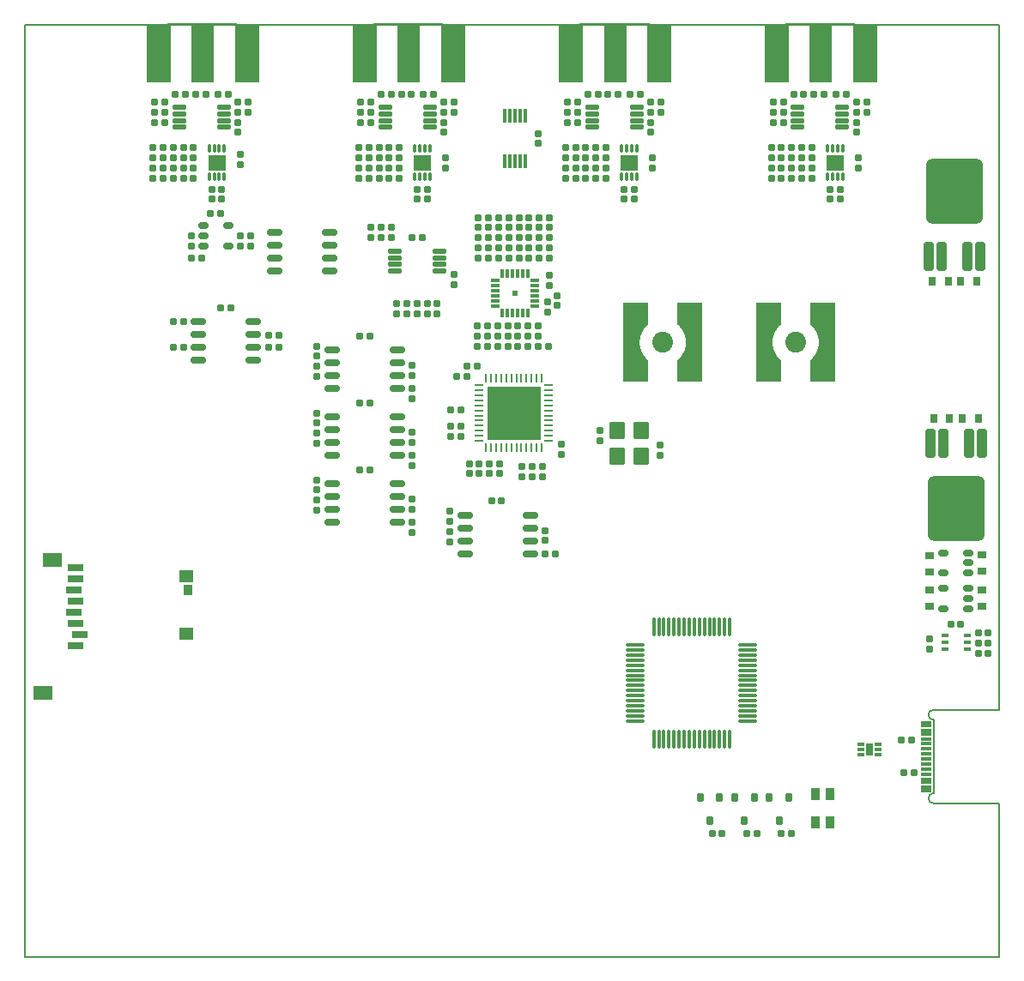
<source format=gtp>
G04*
G04 #@! TF.GenerationSoftware,Altium Limited,Altium Designer,22.0.2 (36)*
G04*
G04 Layer_Color=8421504*
%FSLAX44Y44*%
%MOMM*%
G71*
G04*
G04 #@! TF.SameCoordinates,BB817302-6D05-45A6-82D7-9B19CF937CD1*
G04*
G04*
G04 #@! TF.FilePolarity,Positive*
G04*
G01*
G75*
%ADD11C,0.1500*%
%ADD19R,0.6500X1.3000*%
%ADD20R,0.7000X0.3000*%
%ADD21R,2.4000X5.8000*%
%ADD22R,2.3000X5.8000*%
G04:AMPARAMS|DCode=23|XSize=0.6mm|YSize=0.6mm|CornerRadius=0.075mm|HoleSize=0mm|Usage=FLASHONLY|Rotation=90.000|XOffset=0mm|YOffset=0mm|HoleType=Round|Shape=RoundedRectangle|*
%AMROUNDEDRECTD23*
21,1,0.6000,0.4500,0,0,90.0*
21,1,0.4500,0.6000,0,0,90.0*
1,1,0.1500,0.2250,0.2250*
1,1,0.1500,0.2250,-0.2250*
1,1,0.1500,-0.2250,-0.2250*
1,1,0.1500,-0.2250,0.2250*
%
%ADD23ROUNDEDRECTD23*%
G04:AMPARAMS|DCode=24|XSize=0.3mm|YSize=1.8mm|CornerRadius=0.075mm|HoleSize=0mm|Usage=FLASHONLY|Rotation=90.000|XOffset=0mm|YOffset=0mm|HoleType=Round|Shape=RoundedRectangle|*
%AMROUNDEDRECTD24*
21,1,0.3000,1.6500,0,0,90.0*
21,1,0.1500,1.8000,0,0,90.0*
1,1,0.1500,0.8250,0.0750*
1,1,0.1500,0.8250,-0.0750*
1,1,0.1500,-0.8250,-0.0750*
1,1,0.1500,-0.8250,0.0750*
%
%ADD24ROUNDEDRECTD24*%
G04:AMPARAMS|DCode=25|XSize=0.3mm|YSize=1.8mm|CornerRadius=0.075mm|HoleSize=0mm|Usage=FLASHONLY|Rotation=0.000|XOffset=0mm|YOffset=0mm|HoleType=Round|Shape=RoundedRectangle|*
%AMROUNDEDRECTD25*
21,1,0.3000,1.6500,0,0,0.0*
21,1,0.1500,1.8000,0,0,0.0*
1,1,0.1500,0.0750,-0.8250*
1,1,0.1500,-0.0750,-0.8250*
1,1,0.1500,-0.0750,0.8250*
1,1,0.1500,0.0750,0.8250*
%
%ADD25ROUNDEDRECTD25*%
%ADD26R,1.5000X0.8000*%
%ADD27R,1.4000X1.3000*%
%ADD28R,0.9500X1.0000*%
%ADD29R,1.9000X1.4000*%
G04:AMPARAMS|DCode=30|XSize=0.6mm|YSize=0.6mm|CornerRadius=0.075mm|HoleSize=0mm|Usage=FLASHONLY|Rotation=180.000|XOffset=0mm|YOffset=0mm|HoleType=Round|Shape=RoundedRectangle|*
%AMROUNDEDRECTD30*
21,1,0.6000,0.4500,0,0,180.0*
21,1,0.4500,0.6000,0,0,180.0*
1,1,0.1500,-0.2250,0.2250*
1,1,0.1500,0.2250,0.2250*
1,1,0.1500,0.2250,-0.2250*
1,1,0.1500,-0.2250,-0.2250*
%
%ADD30ROUNDEDRECTD30*%
%ADD31R,1.1000X0.3000*%
%ADD32C,2.0500*%
G04:AMPARAMS|DCode=33|XSize=0.6mm|YSize=1.45mm|CornerRadius=0.15mm|HoleSize=0mm|Usage=FLASHONLY|Rotation=90.000|XOffset=0mm|YOffset=0mm|HoleType=Round|Shape=RoundedRectangle|*
%AMROUNDEDRECTD33*
21,1,0.6000,1.1500,0,0,90.0*
21,1,0.3000,1.4500,0,0,90.0*
1,1,0.3000,0.5750,0.1500*
1,1,0.3000,0.5750,-0.1500*
1,1,0.3000,-0.5750,-0.1500*
1,1,0.3000,-0.5750,0.1500*
%
%ADD33ROUNDEDRECTD33*%
%ADD34R,5.3500X5.3500*%
%ADD35O,0.8500X0.2500*%
%ADD36O,0.2500X0.8500*%
G04:AMPARAMS|DCode=37|XSize=0.45mm|YSize=1.35mm|CornerRadius=0.1125mm|HoleSize=0mm|Usage=FLASHONLY|Rotation=270.000|XOffset=0mm|YOffset=0mm|HoleType=Round|Shape=RoundedRectangle|*
%AMROUNDEDRECTD37*
21,1,0.4500,1.1250,0,0,270.0*
21,1,0.2250,1.3500,0,0,270.0*
1,1,0.2250,-0.5625,-0.1125*
1,1,0.2250,-0.5625,0.1125*
1,1,0.2250,0.5625,0.1125*
1,1,0.2250,0.5625,-0.1125*
%
%ADD37ROUNDEDRECTD37*%
G04:AMPARAMS|DCode=38|XSize=0.4mm|YSize=0.7mm|CornerRadius=0.1mm|HoleSize=0mm|Usage=FLASHONLY|Rotation=90.000|XOffset=0mm|YOffset=0mm|HoleType=Round|Shape=RoundedRectangle|*
%AMROUNDEDRECTD38*
21,1,0.4000,0.5000,0,0,90.0*
21,1,0.2000,0.7000,0,0,90.0*
1,1,0.2000,0.2500,0.1000*
1,1,0.2000,0.2500,-0.1000*
1,1,0.2000,-0.2500,-0.1000*
1,1,0.2000,-0.2500,0.1000*
%
%ADD38ROUNDEDRECTD38*%
G04:AMPARAMS|DCode=39|XSize=0.6mm|YSize=0.9mm|CornerRadius=0.15mm|HoleSize=0mm|Usage=FLASHONLY|Rotation=0.000|XOffset=0mm|YOffset=0mm|HoleType=Round|Shape=RoundedRectangle|*
%AMROUNDEDRECTD39*
21,1,0.6000,0.6000,0,0,0.0*
21,1,0.3000,0.9000,0,0,0.0*
1,1,0.3000,0.1500,-0.3000*
1,1,0.3000,-0.1500,-0.3000*
1,1,0.3000,-0.1500,0.3000*
1,1,0.3000,0.1500,0.3000*
%
%ADD39ROUNDEDRECTD39*%
%ADD40R,0.9000X1.2000*%
G04:AMPARAMS|DCode=41|XSize=0.6mm|YSize=1mm|CornerRadius=0.15mm|HoleSize=0mm|Usage=FLASHONLY|Rotation=270.000|XOffset=0mm|YOffset=0mm|HoleType=Round|Shape=RoundedRectangle|*
%AMROUNDEDRECTD41*
21,1,0.6000,0.7000,0,0,270.0*
21,1,0.3000,1.0000,0,0,270.0*
1,1,0.3000,-0.3500,-0.1500*
1,1,0.3000,-0.3500,0.1500*
1,1,0.3000,0.3500,0.1500*
1,1,0.3000,0.3500,-0.1500*
%
%ADD41ROUNDEDRECTD41*%
G04:AMPARAMS|DCode=42|XSize=1mm|YSize=2.8mm|CornerRadius=0.125mm|HoleSize=0mm|Usage=FLASHONLY|Rotation=0.000|XOffset=0mm|YOffset=0mm|HoleType=Round|Shape=RoundedRectangle|*
%AMROUNDEDRECTD42*
21,1,1.0000,2.5500,0,0,0.0*
21,1,0.7500,2.8000,0,0,0.0*
1,1,0.2500,0.3750,-1.2750*
1,1,0.2500,-0.3750,-1.2750*
1,1,0.2500,-0.3750,1.2750*
1,1,0.2500,0.3750,1.2750*
%
%ADD42ROUNDEDRECTD42*%
G04:AMPARAMS|DCode=43|XSize=6.5mm|YSize=5.6mm|CornerRadius=0.7mm|HoleSize=0mm|Usage=FLASHONLY|Rotation=90.000|XOffset=0mm|YOffset=0mm|HoleType=Round|Shape=RoundedRectangle|*
%AMROUNDEDRECTD43*
21,1,6.5000,4.2000,0,0,90.0*
21,1,5.1000,5.6000,0,0,90.0*
1,1,1.4000,2.1000,2.5500*
1,1,1.4000,2.1000,-2.5500*
1,1,1.4000,-2.1000,-2.5500*
1,1,1.4000,-2.1000,2.5500*
%
%ADD43ROUNDEDRECTD43*%
G04:AMPARAMS|DCode=44|XSize=0.75mm|YSize=0.9mm|CornerRadius=0.0938mm|HoleSize=0mm|Usage=FLASHONLY|Rotation=180.000|XOffset=0mm|YOffset=0mm|HoleType=Round|Shape=RoundedRectangle|*
%AMROUNDEDRECTD44*
21,1,0.7500,0.7125,0,0,180.0*
21,1,0.5625,0.9000,0,0,180.0*
1,1,0.1875,-0.2813,0.3563*
1,1,0.1875,0.2813,0.3563*
1,1,0.1875,0.2813,-0.3563*
1,1,0.1875,-0.2813,-0.3563*
%
%ADD44ROUNDEDRECTD44*%
G04:AMPARAMS|DCode=45|XSize=0.75mm|YSize=0.9mm|CornerRadius=0.0938mm|HoleSize=0mm|Usage=FLASHONLY|Rotation=270.000|XOffset=0mm|YOffset=0mm|HoleType=Round|Shape=RoundedRectangle|*
%AMROUNDEDRECTD45*
21,1,0.7500,0.7125,0,0,270.0*
21,1,0.5625,0.9000,0,0,270.0*
1,1,0.1875,-0.3563,-0.2813*
1,1,0.1875,-0.3563,0.2813*
1,1,0.1875,0.3563,0.2813*
1,1,0.1875,0.3563,-0.2813*
%
%ADD45ROUNDEDRECTD45*%
G04:AMPARAMS|DCode=46|XSize=1.7mm|YSize=1.55mm|CornerRadius=0.1938mm|HoleSize=0mm|Usage=FLASHONLY|Rotation=90.000|XOffset=0mm|YOffset=0mm|HoleType=Round|Shape=RoundedRectangle|*
%AMROUNDEDRECTD46*
21,1,1.7000,1.1625,0,0,90.0*
21,1,1.3125,1.5500,0,0,90.0*
1,1,0.3875,0.5813,0.6563*
1,1,0.3875,0.5813,-0.6563*
1,1,0.3875,-0.5813,-0.6563*
1,1,0.3875,-0.5813,0.6563*
%
%ADD46ROUNDEDRECTD46*%
G04:AMPARAMS|DCode=47|XSize=0.3mm|YSize=1.4mm|CornerRadius=0.075mm|HoleSize=0mm|Usage=FLASHONLY|Rotation=180.000|XOffset=0mm|YOffset=0mm|HoleType=Round|Shape=RoundedRectangle|*
%AMROUNDEDRECTD47*
21,1,0.3000,1.2500,0,0,180.0*
21,1,0.1500,1.4000,0,0,180.0*
1,1,0.1500,-0.0750,0.6250*
1,1,0.1500,0.0750,0.6250*
1,1,0.1500,0.0750,-0.6250*
1,1,0.1500,-0.0750,-0.6250*
%
%ADD47ROUNDEDRECTD47*%
%ADD48R,0.6000X0.6000*%
%ADD49R,0.3000X0.8500*%
%ADD50R,0.8500X0.3000*%
G04:AMPARAMS|DCode=51|XSize=0.3mm|YSize=0.8mm|CornerRadius=0.075mm|HoleSize=0mm|Usage=FLASHONLY|Rotation=0.000|XOffset=0mm|YOffset=0mm|HoleType=Round|Shape=RoundedRectangle|*
%AMROUNDEDRECTD51*
21,1,0.3000,0.6500,0,0,0.0*
21,1,0.1500,0.8000,0,0,0.0*
1,1,0.1500,0.0750,-0.3250*
1,1,0.1500,-0.0750,-0.3250*
1,1,0.1500,-0.0750,0.3250*
1,1,0.1500,0.0750,0.3250*
%
%ADD51ROUNDEDRECTD51*%
%ADD52R,1.8000X1.5000*%
G36*
X614600Y624700D02*
X613969Y624159D01*
X613472Y623703D01*
X612989Y623233D01*
X612519Y622750D01*
X612063Y622253D01*
X611623Y621743D01*
X611197Y621220D01*
X610786Y620685D01*
X610392Y620138D01*
X610013Y619580D01*
X609651Y619012D01*
X609305Y618433D01*
X608976Y617844D01*
X608665Y617246D01*
X608371Y616639D01*
X608095Y616024D01*
X607837Y615401D01*
X607597Y614771D01*
X607376Y614134D01*
X607173Y613491D01*
X606989Y612842D01*
X606824Y612189D01*
X606678Y611530D01*
X606552Y610868D01*
X606444Y610203D01*
X606356Y609534D01*
X606288Y608863D01*
X606239Y608191D01*
X606209Y607517D01*
X606200Y607000D01*
X606209Y606483D01*
X606239Y605809D01*
X606288Y605137D01*
X606356Y604466D01*
X606444Y603798D01*
X606552Y603132D01*
X606678Y602470D01*
X606824Y601811D01*
X606989Y601158D01*
X607173Y600509D01*
X607376Y599866D01*
X607597Y599229D01*
X607837Y598599D01*
X608095Y597976D01*
X608371Y597361D01*
X608665Y596754D01*
X608976Y596156D01*
X609305Y595567D01*
X609651Y594988D01*
X610013Y594420D01*
X610392Y593862D01*
X610786Y593315D01*
X611197Y592780D01*
X611623Y592258D01*
X612063Y591748D01*
X612519Y591250D01*
X612989Y590767D01*
X613472Y590297D01*
X613969Y589841D01*
X614600Y589300D01*
Y568200D01*
X590200D01*
Y645800D01*
X614600D01*
Y624700D01*
D02*
G37*
G36*
X667800Y568200D02*
X643400D01*
Y589300D01*
X644031Y589841D01*
X644528Y590297D01*
X645012Y590767D01*
X645481Y591250D01*
X645937Y591748D01*
X646378Y592258D01*
X646804Y592780D01*
X647214Y593315D01*
X647609Y593862D01*
X647987Y594420D01*
X648350Y594988D01*
X648695Y595567D01*
X649024Y596156D01*
X649335Y596754D01*
X649629Y597361D01*
X649905Y597976D01*
X650163Y598599D01*
X650403Y599229D01*
X650624Y599866D01*
X650827Y600509D01*
X651011Y601158D01*
X651176Y601811D01*
X651322Y602470D01*
X651449Y603132D01*
X651556Y603798D01*
X651644Y604466D01*
X651712Y605137D01*
X651761Y605809D01*
X651791Y606483D01*
X651800Y607000D01*
X651791Y607517D01*
X651761Y608191D01*
X651712Y608863D01*
X651644Y609534D01*
X651556Y610203D01*
X651449Y610868D01*
X651322Y611530D01*
X651176Y612189D01*
X651011Y612842D01*
X650827Y613491D01*
X650624Y614134D01*
X650403Y614771D01*
X650163Y615401D01*
X649905Y616024D01*
X649629Y616639D01*
X649335Y617246D01*
X649024Y617844D01*
X648695Y618433D01*
X648350Y619012D01*
X647987Y619580D01*
X647609Y620138D01*
X647214Y620685D01*
X646804Y621220D01*
X646378Y621743D01*
X645937Y622253D01*
X645481Y622750D01*
X645012Y623233D01*
X644528Y623703D01*
X644031Y624159D01*
X643400Y624700D01*
Y645800D01*
X667800D01*
Y568200D01*
D02*
G37*
G36*
X745600Y624700D02*
X744969Y624159D01*
X744472Y623703D01*
X743989Y623233D01*
X743519Y622750D01*
X743063Y622253D01*
X742623Y621743D01*
X742197Y621220D01*
X741786Y620685D01*
X741392Y620138D01*
X741013Y619580D01*
X740651Y619012D01*
X740305Y618433D01*
X739976Y617844D01*
X739665Y617246D01*
X739371Y616639D01*
X739095Y616024D01*
X738837Y615401D01*
X738597Y614771D01*
X738376Y614134D01*
X738173Y613491D01*
X737989Y612842D01*
X737824Y612189D01*
X737678Y611530D01*
X737552Y610868D01*
X737444Y610203D01*
X737356Y609534D01*
X737288Y608863D01*
X737239Y608191D01*
X737209Y607517D01*
X737200Y607000D01*
X737209Y606483D01*
X737239Y605809D01*
X737288Y605137D01*
X737356Y604466D01*
X737444Y603798D01*
X737552Y603132D01*
X737678Y602470D01*
X737824Y601811D01*
X737989Y601158D01*
X738173Y600509D01*
X738376Y599866D01*
X738597Y599229D01*
X738837Y598599D01*
X739095Y597976D01*
X739371Y597361D01*
X739665Y596754D01*
X739976Y596156D01*
X740305Y595567D01*
X740651Y594988D01*
X741013Y594420D01*
X741392Y593862D01*
X741786Y593315D01*
X742197Y592780D01*
X742623Y592258D01*
X743063Y591748D01*
X743519Y591250D01*
X743989Y590767D01*
X744472Y590297D01*
X744969Y589841D01*
X745600Y589300D01*
Y568200D01*
X721200D01*
Y645800D01*
X745600D01*
Y624700D01*
D02*
G37*
G36*
X798800Y568200D02*
X774400D01*
Y589300D01*
X775031Y589841D01*
X775528Y590297D01*
X776012Y590767D01*
X776481Y591250D01*
X776937Y591748D01*
X777378Y592258D01*
X777803Y592780D01*
X778214Y593315D01*
X778609Y593862D01*
X778987Y594420D01*
X779350Y594988D01*
X779695Y595567D01*
X780024Y596156D01*
X780335Y596754D01*
X780629Y597361D01*
X780905Y597976D01*
X781163Y598599D01*
X781403Y599229D01*
X781624Y599866D01*
X781827Y600509D01*
X782011Y601158D01*
X782176Y601811D01*
X782322Y602470D01*
X782449Y603132D01*
X782556Y603798D01*
X782644Y604466D01*
X782712Y605137D01*
X782761Y605809D01*
X782791Y606483D01*
X782800Y607000D01*
X782791Y607517D01*
X782761Y608191D01*
X782712Y608863D01*
X782644Y609534D01*
X782556Y610203D01*
X782449Y610868D01*
X782322Y611530D01*
X782176Y612189D01*
X782011Y612842D01*
X781827Y613491D01*
X781624Y614134D01*
X781403Y614771D01*
X781163Y615401D01*
X780905Y616024D01*
X780629Y616639D01*
X780335Y617246D01*
X780024Y617844D01*
X779695Y618433D01*
X779350Y619012D01*
X778987Y619580D01*
X778609Y620138D01*
X778214Y620685D01*
X777803Y621220D01*
X777378Y621743D01*
X776937Y622253D01*
X776481Y622750D01*
X776012Y623233D01*
X775528Y623703D01*
X775031Y624159D01*
X774400Y624700D01*
Y645800D01*
X798800D01*
Y568200D01*
D02*
G37*
D11*
X896000Y244000D02*
G03*
X896000Y234000I0J-5000D01*
G01*
Y161600D02*
G03*
X896000Y151600I0J-5000D01*
G01*
X749800Y921000D02*
X818800D01*
X547000Y921000D02*
X616000D01*
X343400Y921000D02*
X412400D01*
X140200D02*
X209200D01*
X961000Y141600D02*
Y151600D01*
X896000D02*
X961000D01*
X961000Y0D02*
X961000Y141600D01*
X0Y0D02*
X961000D01*
X961000Y254000D02*
X961000Y920000D01*
X896000Y244000D02*
X961000D01*
Y254000D01*
X896000Y161600D02*
Y234000D01*
X0Y920000D02*
X0Y0D01*
X0Y920000D02*
X961000D01*
D19*
X833000Y205000D02*
D03*
D20*
X841500Y210000D02*
D03*
Y205000D02*
D03*
Y200000D02*
D03*
X824500D02*
D03*
Y205000D02*
D03*
Y210000D02*
D03*
D21*
X828600Y892000D02*
D03*
X741300D02*
D03*
X625800Y892000D02*
D03*
X538500D02*
D03*
X422200Y892000D02*
D03*
X334900D02*
D03*
X219000D02*
D03*
X131700D02*
D03*
D22*
X784800D02*
D03*
X582000Y892000D02*
D03*
X378400Y892000D02*
D03*
X175200D02*
D03*
D23*
X529000Y506000D02*
D03*
Y496000D02*
D03*
X382000Y518000D02*
D03*
Y508000D02*
D03*
Y485000D02*
D03*
Y495000D02*
D03*
X288000Y537000D02*
D03*
Y527000D02*
D03*
Y517000D02*
D03*
Y507000D02*
D03*
X382000Y419000D02*
D03*
Y429000D02*
D03*
Y452000D02*
D03*
Y442000D02*
D03*
X288000Y451000D02*
D03*
Y441000D02*
D03*
Y471000D02*
D03*
Y461000D02*
D03*
X288000Y603000D02*
D03*
Y593000D02*
D03*
Y583000D02*
D03*
Y573000D02*
D03*
X382000Y551000D02*
D03*
Y561000D02*
D03*
Y584000D02*
D03*
Y574000D02*
D03*
X351000Y720000D02*
D03*
Y710000D02*
D03*
X423000Y674000D02*
D03*
Y664000D02*
D03*
X341000Y720000D02*
D03*
X341000Y710000D02*
D03*
X447000Y720000D02*
D03*
Y730000D02*
D03*
X456000Y613000D02*
D03*
Y623000D02*
D03*
X513000Y411000D02*
D03*
Y421000D02*
D03*
X419000Y430000D02*
D03*
Y440000D02*
D03*
Y410000D02*
D03*
Y420000D02*
D03*
X438000Y477000D02*
D03*
Y487000D02*
D03*
X626000Y505000D02*
D03*
Y495000D02*
D03*
X567000Y520000D02*
D03*
Y510000D02*
D03*
X458000Y477000D02*
D03*
Y487000D02*
D03*
X448000Y477000D02*
D03*
Y487000D02*
D03*
X468000Y477000D02*
D03*
Y487000D02*
D03*
X490000Y474000D02*
D03*
Y484000D02*
D03*
X500000Y474000D02*
D03*
Y484000D02*
D03*
X510000Y474000D02*
D03*
Y484000D02*
D03*
X517000Y663000D02*
D03*
X517000Y673000D02*
D03*
X497000Y710000D02*
D03*
X497000Y700000D02*
D03*
X387000Y758000D02*
D03*
X387000Y748000D02*
D03*
X892000Y304000D02*
D03*
X892000Y314000D02*
D03*
X406500Y635000D02*
D03*
X406500Y645000D02*
D03*
X386500D02*
D03*
Y635000D02*
D03*
X396500Y645000D02*
D03*
Y635000D02*
D03*
X376500Y645000D02*
D03*
Y635000D02*
D03*
X366500Y645000D02*
D03*
Y635000D02*
D03*
X447000Y710000D02*
D03*
X447000Y700000D02*
D03*
X457000Y730000D02*
D03*
Y720000D02*
D03*
X457000Y700000D02*
D03*
X457000Y710000D02*
D03*
X467000Y730000D02*
D03*
Y720000D02*
D03*
X507000Y710000D02*
D03*
X507000Y700000D02*
D03*
X467000Y710000D02*
D03*
X467000Y700000D02*
D03*
X477000Y700000D02*
D03*
X477000Y710000D02*
D03*
X517000Y700000D02*
D03*
X517000Y710000D02*
D03*
X487000D02*
D03*
X487000Y700000D02*
D03*
X477000Y730000D02*
D03*
Y720000D02*
D03*
X487000Y730000D02*
D03*
Y720000D02*
D03*
X497000Y730000D02*
D03*
Y720000D02*
D03*
X507000Y730000D02*
D03*
Y720000D02*
D03*
X517000Y730000D02*
D03*
Y720000D02*
D03*
X413000Y844000D02*
D03*
Y834000D02*
D03*
X423000Y844000D02*
D03*
Y834000D02*
D03*
X331000Y824000D02*
D03*
X331000Y834000D02*
D03*
X341000D02*
D03*
Y824000D02*
D03*
X617000Y814000D02*
D03*
Y824000D02*
D03*
X553000Y769000D02*
D03*
Y779000D02*
D03*
X619000D02*
D03*
Y789000D02*
D03*
X591000Y758000D02*
D03*
X591000Y748000D02*
D03*
X601000Y758000D02*
D03*
X601000Y748000D02*
D03*
X617000Y834000D02*
D03*
Y844000D02*
D03*
X627000Y834000D02*
D03*
Y844000D02*
D03*
X553000Y799000D02*
D03*
Y789000D02*
D03*
X535000Y834000D02*
D03*
X535000Y824000D02*
D03*
X545000D02*
D03*
Y834000D02*
D03*
X820000Y814000D02*
D03*
Y824000D02*
D03*
X756000Y769000D02*
D03*
Y779000D02*
D03*
X822000D02*
D03*
Y789000D02*
D03*
X794000Y758000D02*
D03*
X794000Y748000D02*
D03*
X804000Y758000D02*
D03*
X804000Y748000D02*
D03*
X820000Y834000D02*
D03*
Y844000D02*
D03*
X830000Y834000D02*
D03*
Y844000D02*
D03*
X756000Y799000D02*
D03*
Y789000D02*
D03*
X748000Y834000D02*
D03*
X748000Y824000D02*
D03*
X738000D02*
D03*
Y834000D02*
D03*
X212000Y702000D02*
D03*
X212000Y712000D02*
D03*
X222000D02*
D03*
Y702000D02*
D03*
X413000Y814000D02*
D03*
Y824000D02*
D03*
X349000Y769000D02*
D03*
Y779000D02*
D03*
X415000D02*
D03*
Y789000D02*
D03*
X397000Y758000D02*
D03*
X397000Y748000D02*
D03*
X349000Y799000D02*
D03*
Y789000D02*
D03*
X361000Y720000D02*
D03*
X361000Y710000D02*
D03*
X515000Y637000D02*
D03*
X515000Y647000D02*
D03*
X466000Y613000D02*
D03*
Y623000D02*
D03*
X476000D02*
D03*
Y613000D02*
D03*
X486000Y623000D02*
D03*
Y613000D02*
D03*
X496000D02*
D03*
Y623000D02*
D03*
X446000D02*
D03*
Y613000D02*
D03*
X506000D02*
D03*
Y623000D02*
D03*
X525000Y643000D02*
D03*
X525000Y653000D02*
D03*
X138000Y824000D02*
D03*
Y834000D02*
D03*
X128000Y824000D02*
D03*
X128000Y834000D02*
D03*
X220000Y844000D02*
D03*
Y834000D02*
D03*
X212000Y782000D02*
D03*
Y792000D02*
D03*
X164000Y702000D02*
D03*
Y712000D02*
D03*
X506000Y813000D02*
D03*
X506000Y803000D02*
D03*
X210000Y834000D02*
D03*
Y844000D02*
D03*
Y814000D02*
D03*
Y824000D02*
D03*
X146000Y799000D02*
D03*
Y789000D02*
D03*
Y769000D02*
D03*
Y779000D02*
D03*
X184000Y748000D02*
D03*
X184000Y758000D02*
D03*
X194000Y748000D02*
D03*
X194000Y758000D02*
D03*
D24*
X602000Y308000D02*
D03*
Y303000D02*
D03*
Y298000D02*
D03*
Y293000D02*
D03*
Y288000D02*
D03*
Y283000D02*
D03*
Y278000D02*
D03*
Y273000D02*
D03*
Y268000D02*
D03*
Y263000D02*
D03*
Y258000D02*
D03*
Y253000D02*
D03*
Y248000D02*
D03*
Y243000D02*
D03*
Y238000D02*
D03*
Y233000D02*
D03*
X713000D02*
D03*
Y238000D02*
D03*
Y243000D02*
D03*
Y248000D02*
D03*
Y253000D02*
D03*
Y258000D02*
D03*
Y263000D02*
D03*
Y268000D02*
D03*
Y273000D02*
D03*
Y278000D02*
D03*
Y283000D02*
D03*
Y288000D02*
D03*
Y293000D02*
D03*
Y298000D02*
D03*
Y303000D02*
D03*
Y308000D02*
D03*
D25*
X620000Y215000D02*
D03*
X625000D02*
D03*
X630000D02*
D03*
X635000D02*
D03*
X640000D02*
D03*
X645000D02*
D03*
X650000D02*
D03*
X655000D02*
D03*
X660000D02*
D03*
X665000D02*
D03*
X670000D02*
D03*
X675000D02*
D03*
X680000D02*
D03*
X685000D02*
D03*
X690000D02*
D03*
X695000D02*
D03*
Y326000D02*
D03*
X690000D02*
D03*
X685000D02*
D03*
X680000D02*
D03*
X675000D02*
D03*
X670000D02*
D03*
X665000D02*
D03*
X660000D02*
D03*
X655000D02*
D03*
X650000D02*
D03*
X645000D02*
D03*
X640000D02*
D03*
X635000D02*
D03*
X630000D02*
D03*
X625000D02*
D03*
X620000D02*
D03*
D26*
X50000Y307000D02*
D03*
X54000Y318000D02*
D03*
X50000Y329000D02*
D03*
X48000Y340000D02*
D03*
X50000Y351000D02*
D03*
X48000Y362000D02*
D03*
X50000Y373000D02*
D03*
Y384000D02*
D03*
D27*
X158600Y375900D02*
D03*
Y318900D02*
D03*
D28*
X160850Y362000D02*
D03*
D29*
X27100Y391900D02*
D03*
X17100Y260400D02*
D03*
D30*
X864000Y214000D02*
D03*
X874000D02*
D03*
X867000Y182000D02*
D03*
X877000D02*
D03*
X436000Y573000D02*
D03*
X426000D02*
D03*
X330000Y547000D02*
D03*
X340000Y547000D02*
D03*
X330000Y481000D02*
D03*
X340000Y481000D02*
D03*
X330000Y613000D02*
D03*
X340000Y613000D02*
D03*
X923000Y328500D02*
D03*
X913000Y328500D02*
D03*
X711571Y121971D02*
D03*
X721571D02*
D03*
X677571Y121971D02*
D03*
X687571D02*
D03*
X745571Y121971D02*
D03*
X755571D02*
D03*
X513000Y398000D02*
D03*
X523000D02*
D03*
X470000Y450000D02*
D03*
X460000Y450000D02*
D03*
X420000Y514000D02*
D03*
X430000D02*
D03*
X506000Y603000D02*
D03*
X516000D02*
D03*
X496000D02*
D03*
X486000D02*
D03*
X466000D02*
D03*
X476000D02*
D03*
X456000D02*
D03*
X446000D02*
D03*
X436000Y583000D02*
D03*
X446000D02*
D03*
X420000Y524000D02*
D03*
X430000D02*
D03*
X420000Y540000D02*
D03*
X430000D02*
D03*
X203000Y641000D02*
D03*
X193000Y641000D02*
D03*
X950000Y320000D02*
D03*
X940000D02*
D03*
X950000Y310000D02*
D03*
X940000D02*
D03*
X950000Y300000D02*
D03*
X940000D02*
D03*
X250000Y602000D02*
D03*
X240000D02*
D03*
X250000Y614000D02*
D03*
X240000D02*
D03*
X146000Y627000D02*
D03*
X156000D02*
D03*
X146000Y602000D02*
D03*
X156000D02*
D03*
X447000Y690000D02*
D03*
X457000Y690000D02*
D03*
X467000Y690000D02*
D03*
X477000Y690000D02*
D03*
X359000Y769000D02*
D03*
X369000Y769000D02*
D03*
X507000Y690000D02*
D03*
X517000Y690000D02*
D03*
X487000Y690000D02*
D03*
X497000Y690000D02*
D03*
X381000Y852000D02*
D03*
X371000D02*
D03*
X331000Y844000D02*
D03*
X341000D02*
D03*
X573000Y769000D02*
D03*
X563000Y769000D02*
D03*
X543000Y779000D02*
D03*
X533000Y779000D02*
D03*
X563000D02*
D03*
X573000D02*
D03*
X543000Y769000D02*
D03*
X533000D02*
D03*
X573000Y789000D02*
D03*
X563000D02*
D03*
X543000Y799000D02*
D03*
X533000D02*
D03*
X573000Y799000D02*
D03*
X563000Y799000D02*
D03*
X533000Y789000D02*
D03*
X543000Y789000D02*
D03*
X545000Y844000D02*
D03*
X535000D02*
D03*
X575000Y852000D02*
D03*
X585000D02*
D03*
X607000Y852000D02*
D03*
X597000Y852000D02*
D03*
X555000D02*
D03*
X565000D02*
D03*
X776000Y769000D02*
D03*
X766000Y769000D02*
D03*
X746000Y779000D02*
D03*
X736000Y779000D02*
D03*
X766000Y779000D02*
D03*
X776000D02*
D03*
X746000Y769000D02*
D03*
X736000D02*
D03*
X776000Y789000D02*
D03*
X766000D02*
D03*
X746000Y799000D02*
D03*
X736000D02*
D03*
X776000Y799000D02*
D03*
X766000Y799000D02*
D03*
X736000Y789000D02*
D03*
X746000Y789000D02*
D03*
X748000Y844000D02*
D03*
X738000D02*
D03*
X778000Y852000D02*
D03*
X788000D02*
D03*
X810000D02*
D03*
X800000Y852000D02*
D03*
X758000Y852000D02*
D03*
X768000D02*
D03*
X339000Y779000D02*
D03*
X329000Y779000D02*
D03*
X359000D02*
D03*
X369000D02*
D03*
X339000Y769000D02*
D03*
X329000D02*
D03*
X369000Y789000D02*
D03*
X359000D02*
D03*
X339000Y799000D02*
D03*
X329000D02*
D03*
X369000D02*
D03*
X359000Y799000D02*
D03*
X329000Y789000D02*
D03*
X339000Y789000D02*
D03*
X403000Y852000D02*
D03*
X393000Y852000D02*
D03*
X351000Y852000D02*
D03*
X361000D02*
D03*
X382000Y710000D02*
D03*
X392000Y710000D02*
D03*
X138000Y844000D02*
D03*
X128000D02*
D03*
X200000Y852000D02*
D03*
X190000Y852000D02*
D03*
X166000Y779000D02*
D03*
X156000D02*
D03*
X148000Y852000D02*
D03*
X158000D02*
D03*
X168000D02*
D03*
X178000D02*
D03*
X174000Y690000D02*
D03*
X164000D02*
D03*
X193000Y734000D02*
D03*
X183000Y734000D02*
D03*
X156000Y799000D02*
D03*
X166000Y799000D02*
D03*
Y789000D02*
D03*
X156000D02*
D03*
X136000Y799000D02*
D03*
X126000D02*
D03*
X136000Y789000D02*
D03*
X126000Y789000D02*
D03*
Y779000D02*
D03*
X136000Y779000D02*
D03*
Y769000D02*
D03*
X126000D02*
D03*
X156000D02*
D03*
X166000Y769000D02*
D03*
D31*
X888500Y164300D02*
D03*
Y172300D02*
D03*
Y185300D02*
D03*
Y195300D02*
D03*
Y200300D02*
D03*
Y210300D02*
D03*
Y223300D02*
D03*
Y231300D02*
D03*
Y228300D02*
D03*
Y220300D02*
D03*
Y215300D02*
D03*
Y205300D02*
D03*
Y190300D02*
D03*
Y180300D02*
D03*
Y175300D02*
D03*
Y167300D02*
D03*
D32*
X629000Y607000D02*
D03*
X760000D02*
D03*
D33*
X302750Y533050D02*
D03*
Y520350D02*
D03*
Y507650D02*
D03*
Y494950D02*
D03*
X367250Y533050D02*
D03*
Y520350D02*
D03*
Y507650D02*
D03*
Y494950D02*
D03*
X302750Y467050D02*
D03*
Y454350D02*
D03*
Y441650D02*
D03*
Y428950D02*
D03*
X367250Y467050D02*
D03*
Y454350D02*
D03*
Y441650D02*
D03*
Y428950D02*
D03*
X302750Y599050D02*
D03*
Y586350D02*
D03*
Y573650D02*
D03*
Y560950D02*
D03*
X367250Y599050D02*
D03*
Y586350D02*
D03*
Y573650D02*
D03*
Y560950D02*
D03*
X498250Y397950D02*
D03*
Y410650D02*
D03*
Y423350D02*
D03*
Y436050D02*
D03*
X433750Y397950D02*
D03*
Y410650D02*
D03*
Y423350D02*
D03*
Y436050D02*
D03*
X300250Y676950D02*
D03*
Y689650D02*
D03*
Y702350D02*
D03*
Y715050D02*
D03*
X245750Y676950D02*
D03*
Y689650D02*
D03*
Y702350D02*
D03*
Y715050D02*
D03*
X170750Y627050D02*
D03*
Y614350D02*
D03*
Y601650D02*
D03*
Y588950D02*
D03*
X225250Y627050D02*
D03*
Y614350D02*
D03*
Y601650D02*
D03*
Y588950D02*
D03*
D34*
X482000Y537000D02*
D03*
D35*
X516000Y564500D02*
D03*
Y559500D02*
D03*
Y554500D02*
D03*
Y549500D02*
D03*
Y544500D02*
D03*
Y539500D02*
D03*
Y534500D02*
D03*
Y529500D02*
D03*
Y524500D02*
D03*
Y519500D02*
D03*
Y514500D02*
D03*
Y509500D02*
D03*
X448000D02*
D03*
Y514500D02*
D03*
Y519500D02*
D03*
Y524500D02*
D03*
Y529500D02*
D03*
Y534500D02*
D03*
Y539500D02*
D03*
Y544500D02*
D03*
Y549500D02*
D03*
Y554500D02*
D03*
Y559500D02*
D03*
Y564500D02*
D03*
D36*
X509500Y503000D02*
D03*
X504500D02*
D03*
X499500D02*
D03*
X494500D02*
D03*
X489500D02*
D03*
X484500D02*
D03*
X479500D02*
D03*
X474500D02*
D03*
X469500D02*
D03*
X464500D02*
D03*
X459500D02*
D03*
X454500D02*
D03*
Y571000D02*
D03*
X459500D02*
D03*
X464500D02*
D03*
X469500D02*
D03*
X474500D02*
D03*
X479500D02*
D03*
X484500D02*
D03*
X489500D02*
D03*
X494500D02*
D03*
X499500D02*
D03*
X504500D02*
D03*
X509500D02*
D03*
D37*
X152000Y838750D02*
D03*
Y832250D02*
D03*
Y825750D02*
D03*
Y819250D02*
D03*
X196000Y838750D02*
D03*
Y832250D02*
D03*
Y825750D02*
D03*
Y819250D02*
D03*
X409000Y677250D02*
D03*
Y683750D02*
D03*
Y690250D02*
D03*
Y696750D02*
D03*
X365000Y677250D02*
D03*
Y683750D02*
D03*
Y690250D02*
D03*
Y696750D02*
D03*
X603000Y819250D02*
D03*
Y825750D02*
D03*
Y832250D02*
D03*
Y838750D02*
D03*
X559000Y819250D02*
D03*
Y825750D02*
D03*
Y832250D02*
D03*
Y838750D02*
D03*
X806000Y819250D02*
D03*
Y825750D02*
D03*
Y832250D02*
D03*
Y838750D02*
D03*
X762000Y819250D02*
D03*
Y825750D02*
D03*
Y832250D02*
D03*
Y838750D02*
D03*
X399000Y819250D02*
D03*
Y825750D02*
D03*
Y832250D02*
D03*
Y838750D02*
D03*
X355000Y819250D02*
D03*
Y825750D02*
D03*
Y832250D02*
D03*
Y838750D02*
D03*
D38*
X929000Y303500D02*
D03*
X907000D02*
D03*
Y310500D02*
D03*
Y317500D02*
D03*
X929000D02*
D03*
Y310500D02*
D03*
D39*
X753071Y157471D02*
D03*
X734071D02*
D03*
X743571Y134471D02*
D03*
X685071Y157471D02*
D03*
X666071D02*
D03*
X675571Y134471D02*
D03*
X719071Y157471D02*
D03*
X700071D02*
D03*
X709571Y134471D02*
D03*
D40*
X794071Y132971D02*
D03*
X779571D02*
D03*
X794071Y160971D02*
D03*
X779571D02*
D03*
D41*
X906000Y344000D02*
D03*
X930000D02*
D03*
Y354000D02*
D03*
Y364000D02*
D03*
X906000D02*
D03*
X906000Y379000D02*
D03*
X930000D02*
D03*
Y389000D02*
D03*
Y399000D02*
D03*
X906000D02*
D03*
X200000Y722000D02*
D03*
X176000D02*
D03*
Y712000D02*
D03*
Y702000D02*
D03*
X200000D02*
D03*
D42*
X943400Y507000D02*
D03*
X930700D02*
D03*
X905300D02*
D03*
X892600D02*
D03*
X891600Y692000D02*
D03*
X904300D02*
D03*
X929700D02*
D03*
X942400D02*
D03*
D43*
X918000Y443000D02*
D03*
X917000Y756000D02*
D03*
D44*
X896000Y532000D02*
D03*
X912000D02*
D03*
X940000D02*
D03*
X924000D02*
D03*
X939000Y667000D02*
D03*
X923000D02*
D03*
X895000D02*
D03*
X911000D02*
D03*
D45*
X892000Y346000D02*
D03*
Y362000D02*
D03*
X944000Y346000D02*
D03*
Y362000D02*
D03*
X892000Y380000D02*
D03*
Y396000D02*
D03*
X944000Y381000D02*
D03*
Y397000D02*
D03*
D46*
X608000Y494000D02*
D03*
Y520000D02*
D03*
X584000D02*
D03*
Y494000D02*
D03*
D47*
X473000Y785500D02*
D03*
X478000D02*
D03*
X483000D02*
D03*
X488000D02*
D03*
X493000D02*
D03*
X473000Y830500D02*
D03*
X478000D02*
D03*
X483000D02*
D03*
X488000D02*
D03*
X493000D02*
D03*
D48*
X483000Y655000D02*
D03*
D49*
X495500Y635500D02*
D03*
X490500D02*
D03*
X485500D02*
D03*
X480500D02*
D03*
X475500D02*
D03*
X470500D02*
D03*
Y674500D02*
D03*
X475500D02*
D03*
X480500D02*
D03*
X485500D02*
D03*
X490500D02*
D03*
X495500D02*
D03*
D50*
X463500Y642500D02*
D03*
Y647500D02*
D03*
Y652500D02*
D03*
Y657500D02*
D03*
Y662500D02*
D03*
Y667500D02*
D03*
X502500D02*
D03*
Y662500D02*
D03*
Y657500D02*
D03*
Y652500D02*
D03*
Y647500D02*
D03*
Y642500D02*
D03*
D51*
X603500Y770000D02*
D03*
X598500D02*
D03*
X593500D02*
D03*
X588500D02*
D03*
X603500Y798000D02*
D03*
X598500D02*
D03*
X593500D02*
D03*
X588500D02*
D03*
X791500D02*
D03*
X796500D02*
D03*
X801500D02*
D03*
X806500D02*
D03*
X791500Y770000D02*
D03*
X796500D02*
D03*
X801500D02*
D03*
X806500D02*
D03*
X384500Y798000D02*
D03*
X389500D02*
D03*
X394500D02*
D03*
X399500D02*
D03*
X384500Y770000D02*
D03*
X389500D02*
D03*
X394500D02*
D03*
X399500D02*
D03*
X196500D02*
D03*
X191500D02*
D03*
X186500D02*
D03*
X181500D02*
D03*
X196500Y798000D02*
D03*
X191500D02*
D03*
X186500D02*
D03*
X181500D02*
D03*
D52*
X596000Y784000D02*
D03*
X799000D02*
D03*
X392000D02*
D03*
X189000D02*
D03*
M02*

</source>
